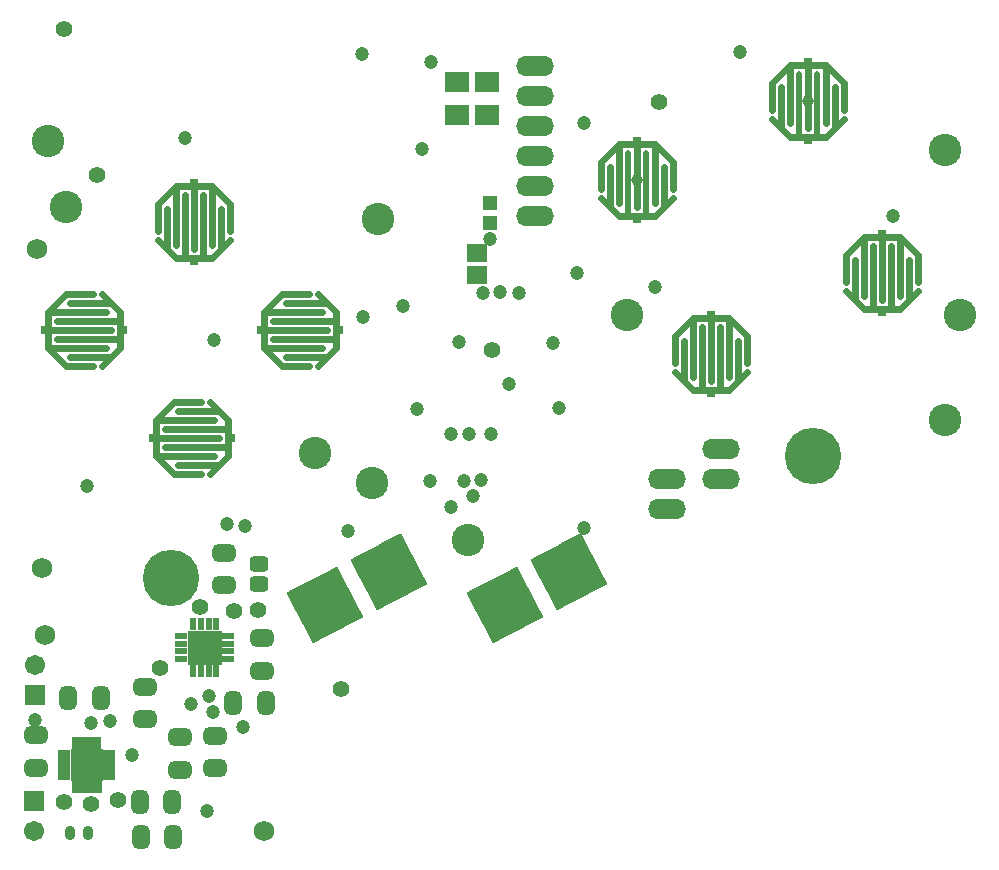
<source format=gts>
G04 Layer_Color=8388736*
%FSLAX44Y44*%
%MOMM*%
G71*
G01*
G75*
%ADD80P,6.8250X4X72.5*%
%ADD81R,0.8032X0.8032*%
%ADD82R,0.5082X1.0162*%
%ADD83R,1.0162X0.5082*%
%ADD84R,2.7032X2.7032*%
%ADD85R,0.5532X1.0032*%
%ADD86R,1.0032X0.5532*%
%ADD87R,3.0032X3.0032*%
G04:AMPARAMS|DCode=88|XSize=0.8032mm|YSize=1.1032mm|CornerRadius=0.2516mm|HoleSize=0mm|Usage=FLASHONLY|Rotation=0.000|XOffset=0mm|YOffset=0mm|HoleType=Round|Shape=RoundedRectangle|*
%AMROUNDEDRECTD88*
21,1,0.8032,0.6000,0,0,0.0*
21,1,0.3000,1.1032,0,0,0.0*
1,1,0.5032,0.1500,-0.3000*
1,1,0.5032,-0.1500,-0.3000*
1,1,0.5032,-0.1500,0.3000*
1,1,0.5032,0.1500,0.3000*
%
%ADD88ROUNDEDRECTD88*%
%ADD89P,2.9814X4X72.5*%
%ADD90R,0.8032X0.8032*%
G04:AMPARAMS|DCode=91|XSize=1.9532mm|YSize=1.4532mm|CornerRadius=0.4141mm|HoleSize=0mm|Usage=FLASHONLY|Rotation=270.000|XOffset=0mm|YOffset=0mm|HoleType=Round|Shape=RoundedRectangle|*
%AMROUNDEDRECTD91*
21,1,1.9532,0.6250,0,0,270.0*
21,1,1.1250,1.4532,0,0,270.0*
1,1,0.8282,-0.3125,-0.5625*
1,1,0.8282,-0.3125,0.5625*
1,1,0.8282,0.3125,0.5625*
1,1,0.8282,0.3125,-0.5625*
%
%ADD91ROUNDEDRECTD91*%
G04:AMPARAMS|DCode=92|XSize=1.9532mm|YSize=1.4532mm|CornerRadius=0.4141mm|HoleSize=0mm|Usage=FLASHONLY|Rotation=0.000|XOffset=0mm|YOffset=0mm|HoleType=Round|Shape=RoundedRectangle|*
%AMROUNDEDRECTD92*
21,1,1.9532,0.6250,0,0,0.0*
21,1,1.1250,1.4532,0,0,0.0*
1,1,0.8282,0.5625,-0.3125*
1,1,0.8282,-0.5625,-0.3125*
1,1,0.8282,-0.5625,0.3125*
1,1,0.8282,0.5625,0.3125*
%
%ADD92ROUNDEDRECTD92*%
%ADD93R,2.0033X1.8032*%
%ADD94R,1.7033X1.5032*%
%ADD95R,1.2032X1.3033*%
G04:AMPARAMS|DCode=96|XSize=1.6032mm|YSize=1.3032mm|CornerRadius=0.3766mm|HoleSize=0mm|Usage=FLASHONLY|Rotation=0.000|XOffset=0mm|YOffset=0mm|HoleType=Round|Shape=RoundedRectangle|*
%AMROUNDEDRECTD96*
21,1,1.6032,0.5500,0,0,0.0*
21,1,0.8500,1.3032,0,0,0.0*
1,1,0.7532,0.4250,-0.2750*
1,1,0.7532,-0.4250,-0.2750*
1,1,0.7532,-0.4250,0.2750*
1,1,0.7532,0.4250,0.2750*
%
%ADD96ROUNDEDRECTD96*%
%ADD97C,0.5032*%
%ADD98C,0.6096*%
%ADD99R,1.7032X1.7032*%
%ADD100C,1.7032*%
%ADD101O,3.2032X1.7032*%
%ADD102C,1.7272*%
%ADD103C,2.7432*%
%ADD104C,4.7752*%
%ADD105C,1.2032*%
%ADD106C,1.0032*%
%ADD107C,0.7032*%
%ADD108C,1.4032*%
D80*
X720456Y321414D02*
D03*
X666384Y293266D02*
D03*
X513984D02*
D03*
X568056Y321414D02*
D03*
D81*
X778500Y619730D02*
D03*
Y685770D02*
D03*
X923250Y686980D02*
D03*
Y753020D02*
D03*
X403750Y650270D02*
D03*
Y584230D02*
D03*
X840750Y538520D02*
D03*
Y472480D02*
D03*
X985500Y607020D02*
D03*
Y540980D02*
D03*
D82*
X302510Y138680D02*
D03*
X307340D02*
D03*
X312420D02*
D03*
X317500D02*
D03*
X322580D02*
D03*
X322330Y176280D02*
D03*
X317500D02*
D03*
X312420D02*
D03*
X307340D02*
D03*
X302510D02*
D03*
D83*
X331220Y147570D02*
D03*
Y152400D02*
D03*
Y157480D02*
D03*
Y162560D02*
D03*
Y167380D02*
D03*
X293620Y167390D02*
D03*
Y162560D02*
D03*
Y157480D02*
D03*
Y152400D02*
D03*
Y147570D02*
D03*
D84*
X312420Y157480D02*
D03*
D85*
X422250Y277000D02*
D03*
X415750D02*
D03*
X409250D02*
D03*
X402750D02*
D03*
Y237000D02*
D03*
X409250D02*
D03*
X415750D02*
D03*
X422250D02*
D03*
D86*
X392500Y266750D02*
D03*
Y260250D02*
D03*
Y253750D02*
D03*
Y247250D02*
D03*
X432500D02*
D03*
Y253750D02*
D03*
Y260250D02*
D03*
Y266750D02*
D03*
D87*
X412500Y257000D02*
D03*
D88*
X313750Y100250D02*
D03*
X298750D02*
D03*
D89*
X738442Y315743D02*
D03*
X726127Y339400D02*
D03*
X550070Y327085D02*
D03*
X573727Y339400D02*
D03*
X714785Y303428D02*
D03*
X702470Y327085D02*
D03*
X672055Y311252D02*
D03*
X684370Y287595D02*
D03*
X660713Y275280D02*
D03*
X648398Y298937D02*
D03*
X495998D02*
D03*
X508313Y275280D02*
D03*
X531970Y287595D02*
D03*
X519655Y311252D02*
D03*
X586042Y315743D02*
D03*
X562385Y303428D02*
D03*
D90*
X459730Y526000D02*
D03*
X525770D02*
D03*
X276980Y525750D02*
D03*
X343020D02*
D03*
X368230Y434500D02*
D03*
X434270D02*
D03*
D91*
X385750Y96500D02*
D03*
X358250D02*
D03*
X384750Y126000D02*
D03*
X357250D02*
D03*
X464000Y209750D02*
D03*
X436500D02*
D03*
X324500Y214500D02*
D03*
X297000D02*
D03*
D92*
X391750Y181250D02*
D03*
Y153750D02*
D03*
X421250Y182250D02*
D03*
Y154750D02*
D03*
X362000Y196250D02*
D03*
Y223750D02*
D03*
X460750Y265000D02*
D03*
Y237500D02*
D03*
X428750Y337500D02*
D03*
Y310000D02*
D03*
X269500Y182750D02*
D03*
Y155250D02*
D03*
D93*
X626000Y736001D02*
D03*
Y707999D02*
D03*
X651000Y736001D02*
D03*
Y707999D02*
D03*
D94*
X642750Y591250D02*
D03*
Y572250D02*
D03*
D95*
X654250Y616751D02*
D03*
Y633749D02*
D03*
D96*
X458250Y328000D02*
D03*
Y310500D02*
D03*
D97*
X770880Y622270D02*
Y675610D01*
X786120Y622270D02*
Y675610D01*
X915630Y689520D02*
Y742860D01*
X930870Y689520D02*
Y742860D01*
D98*
X763260Y622270D02*
X770880D01*
X793740D02*
X801360Y629890D01*
X755640D02*
X763260Y622270D01*
Y683230D02*
X778500D01*
X793740D01*
X801360Y629890D02*
Y664180D01*
X793740Y633700D02*
Y683230D01*
X763260Y633700D02*
Y683230D01*
X755640Y629890D02*
Y664180D01*
X793740Y683230D02*
X808980Y667990D01*
Y645130D02*
Y667990D01*
X748020D02*
X763260Y683230D01*
X748020Y645130D02*
Y667990D01*
X801360Y629890D02*
X808980Y637510D01*
X748020D02*
X755640Y629890D01*
X786120Y622270D02*
X793740D01*
X770880D02*
X786120D01*
X778500Y629890D02*
Y683230D01*
X908010Y689520D02*
X915630D01*
X938490D02*
X946110Y697140D01*
X900390D02*
X908010Y689520D01*
Y750480D02*
X923250D01*
X938490D01*
X946110Y697140D02*
Y731430D01*
X938490Y700950D02*
Y750480D01*
X908010Y700950D02*
Y750480D01*
X900390Y697140D02*
Y731430D01*
X938490Y750480D02*
X953730Y735240D01*
Y712380D02*
Y735240D01*
X892770D02*
X908010Y750480D01*
X892770Y712380D02*
Y735240D01*
X946110Y697140D02*
X953730Y704760D01*
X892770D02*
X900390Y697140D01*
X930870Y689520D02*
X938490D01*
X915630D02*
X930870D01*
X923250Y697140D02*
Y750480D01*
X418990Y586770D02*
X426610Y594390D01*
X411370Y586770D02*
X418990D01*
X396130D02*
X411370D01*
X388510D02*
X396130D01*
X380890Y594390D02*
X388510Y586770D01*
Y647730D02*
X403750D01*
X418990D01*
X426610Y594390D02*
Y628680D01*
X418990Y598200D02*
Y647730D01*
X411370Y586770D02*
Y640110D01*
X403750Y594390D02*
Y647730D01*
X396130Y586770D02*
Y640110D01*
X388510Y598200D02*
Y647730D01*
X380890Y594390D02*
Y628680D01*
X418990Y647730D02*
X434230Y632490D01*
Y609630D02*
Y632490D01*
X373270D02*
X388510Y647730D01*
X373270Y609630D02*
Y632490D01*
X426610Y594390D02*
X434230Y602010D01*
X373270D02*
X380890Y594390D01*
X515610Y548860D02*
X523230Y541240D01*
Y533620D02*
Y541240D01*
Y518380D02*
Y533620D01*
Y510760D02*
Y518380D01*
X515610Y503140D02*
X523230Y510760D01*
X462270D02*
Y526000D01*
Y541240D01*
X481320Y548860D02*
X515610D01*
X462270Y541240D02*
X511800D01*
X469890Y533620D02*
X523230D01*
X462270Y526000D02*
X515610D01*
X469890Y518380D02*
X523230D01*
X462270Y510760D02*
X511800D01*
X481320Y503140D02*
X515610D01*
X462270Y541240D02*
X477510Y556480D01*
X500370D01*
X462270Y510760D02*
X477510Y495520D01*
X500370D01*
X507990Y556480D02*
X515610Y548860D01*
X507990Y495520D02*
X515610Y503140D01*
X332860Y548610D02*
X340480Y540990D01*
Y533370D02*
Y540990D01*
Y518130D02*
Y533370D01*
Y510510D02*
Y518130D01*
X332860Y502890D02*
X340480Y510510D01*
X279520D02*
Y525750D01*
Y540990D01*
X298570Y548610D02*
X332860D01*
X279520Y540990D02*
X329050D01*
X287140Y533370D02*
X340480D01*
X279520Y525750D02*
X332860D01*
X287140Y518130D02*
X340480D01*
X279520Y510510D02*
X329050D01*
X298570Y502890D02*
X332860D01*
X279520Y540990D02*
X294760Y556230D01*
X317620D01*
X279520Y510510D02*
X294760Y495270D01*
X317620D01*
X325240Y556230D02*
X332860Y548610D01*
X325240Y495270D02*
X332860Y502890D01*
X424110Y457360D02*
X431730Y449740D01*
Y442120D02*
Y449740D01*
Y426880D02*
Y442120D01*
Y419260D02*
Y426880D01*
X424110Y411640D02*
X431730Y419260D01*
X370770D02*
Y434500D01*
Y449740D01*
X389820Y457360D02*
X424110D01*
X370770Y449740D02*
X420300D01*
X378390Y442120D02*
X431730D01*
X370770Y434500D02*
X424110D01*
X378390Y426880D02*
X431730D01*
X370770Y419260D02*
X420300D01*
X389820Y411640D02*
X424110D01*
X370770Y449740D02*
X386010Y464980D01*
X408870D01*
X370770Y419260D02*
X386010Y404020D01*
X408870D01*
X416490Y464980D02*
X424110Y457360D01*
X416490Y404020D02*
X424110Y411640D01*
X855990Y475020D02*
X863610Y482640D01*
X848370Y475020D02*
X855990D01*
X833130D02*
X848370D01*
X825510D02*
X833130D01*
X817890Y482640D02*
X825510Y475020D01*
Y535980D02*
X840750D01*
X855990D01*
X863610Y482640D02*
Y516930D01*
X855990Y486450D02*
Y535980D01*
X848370Y475020D02*
Y528360D01*
X840750Y482640D02*
Y535980D01*
X833130Y475020D02*
Y528360D01*
X825510Y486450D02*
Y535980D01*
X817890Y482640D02*
Y516930D01*
X855990Y535980D02*
X871230Y520740D01*
Y497880D02*
Y520740D01*
X810270D02*
X825510Y535980D01*
X810270Y497880D02*
Y520740D01*
X863610Y482640D02*
X871230Y490260D01*
X810270D02*
X817890Y482640D01*
X1000740Y543520D02*
X1008360Y551140D01*
X993120Y543520D02*
X1000740D01*
X977880D02*
X993120D01*
X970260D02*
X977880D01*
X962640Y551140D02*
X970260Y543520D01*
Y604480D02*
X985500D01*
X1000740D01*
X1008360Y551140D02*
Y585430D01*
X1000740Y554950D02*
Y604480D01*
X993120Y543520D02*
Y596860D01*
X985500Y551140D02*
Y604480D01*
X977880Y543520D02*
Y596860D01*
X970260Y554950D02*
Y604480D01*
X962640Y551140D02*
Y585430D01*
X1000740Y604480D02*
X1015980Y589240D01*
Y566380D02*
Y589240D01*
X955020D02*
X970260Y604480D01*
X955020Y566380D02*
Y589240D01*
X1008360Y551140D02*
X1015980Y558760D01*
X955020D02*
X962640Y551140D01*
D99*
X268250Y127000D02*
D03*
X269000Y216750D02*
D03*
D100*
X268250Y101600D02*
D03*
X269000Y242150D02*
D03*
D101*
X691750Y622500D02*
D03*
Y647900D02*
D03*
Y673300D02*
D03*
Y698700D02*
D03*
Y724100D02*
D03*
Y749500D02*
D03*
X803750Y399700D02*
D03*
Y374300D02*
D03*
X849500Y424950D02*
D03*
Y399550D02*
D03*
D102*
X274750Y324750D02*
D03*
X277000Y267750D02*
D03*
X462250Y101750D02*
D03*
X270250Y594250D02*
D03*
D103*
X1051560Y538480D02*
D03*
X769620D02*
D03*
X1038860Y449580D02*
D03*
Y678180D02*
D03*
X294640Y629920D02*
D03*
X505460Y421640D02*
D03*
X553720Y396240D02*
D03*
X558800Y619760D02*
D03*
X279400Y685800D02*
D03*
X635000Y347980D02*
D03*
D104*
X927100Y419100D02*
D03*
X384000Y316000D02*
D03*
D105*
X669750Y480000D02*
D03*
X546500Y537000D02*
D03*
X654250Y603000D02*
D03*
X350500Y165750D02*
D03*
X316000Y193250D02*
D03*
X627500Y515750D02*
D03*
X533705Y356045D02*
D03*
X994750Y622750D02*
D03*
X865250Y761250D02*
D03*
X269000Y195500D02*
D03*
X646000Y398500D02*
D03*
X400500Y209250D02*
D03*
X655000Y438000D02*
D03*
X639500Y385750D02*
D03*
X712500Y459750D02*
D03*
X707000Y515000D02*
D03*
X580500Y546500D02*
D03*
X632000Y398000D02*
D03*
X603000D02*
D03*
X620750Y376000D02*
D03*
X636500Y438250D02*
D03*
X621000Y438000D02*
D03*
X592250Y459000D02*
D03*
X662749Y557749D02*
D03*
X678250Y557500D02*
D03*
X648250Y557250D02*
D03*
X446250Y360000D02*
D03*
X431000Y362000D02*
D03*
X414000Y119000D02*
D03*
X312500Y393750D02*
D03*
X420000Y517500D02*
D03*
X545382Y759500D02*
D03*
X793500Y562000D02*
D03*
X395750Y688250D02*
D03*
X728000Y574000D02*
D03*
X733250Y701500D02*
D03*
X419250Y202250D02*
D03*
X415750Y216297D02*
D03*
X332250Y194750D02*
D03*
X604250Y753000D02*
D03*
X596000Y678750D02*
D03*
X444750Y189750D02*
D03*
X733250Y358500D02*
D03*
D106*
X778500Y652750D02*
D03*
X923250Y720000D02*
D03*
D107*
X312420Y157480D02*
D03*
Y149860D02*
D03*
Y165100D02*
D03*
X304800Y149860D02*
D03*
Y157480D02*
D03*
Y165100D02*
D03*
X320040D02*
D03*
Y157480D02*
D03*
Y149860D02*
D03*
X422660Y257000D02*
D03*
X412500D02*
D03*
X402340D02*
D03*
Y267160D02*
D03*
Y246840D02*
D03*
X412500Y267160D02*
D03*
Y246840D02*
D03*
X422660Y267160D02*
D03*
Y246840D02*
D03*
D108*
X797000Y718750D02*
D03*
X339000Y127750D02*
D03*
X374500Y239500D02*
D03*
X457750Y289000D02*
D03*
X437000Y287750D02*
D03*
X408000Y291250D02*
D03*
X293250Y126500D02*
D03*
X316500Y124750D02*
D03*
X656000Y509000D02*
D03*
X321000Y657250D02*
D03*
X293250Y780750D02*
D03*
X527500Y222200D02*
D03*
M02*

</source>
